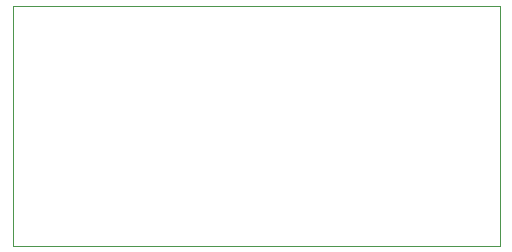
<source format=gbr>
G04 #@! TF.GenerationSoftware,KiCad,Pcbnew,(5.1.5)-3*
G04 #@! TF.CreationDate,2020-06-05T16:26:23+02:00*
G04 #@! TF.ProjectId,FFC_24Pin_P0.5mm_Breakout,4646435f-3234-4506-996e-5f50302e356d,rev?*
G04 #@! TF.SameCoordinates,Original*
G04 #@! TF.FileFunction,Profile,NP*
%FSLAX46Y46*%
G04 Gerber Fmt 4.6, Leading zero omitted, Abs format (unit mm)*
G04 Created by KiCad (PCBNEW (5.1.5)-3) date 2020-06-05 16:26:23*
%MOMM*%
%LPD*%
G04 APERTURE LIST*
%ADD10C,0.050000*%
G04 APERTURE END LIST*
D10*
X130175000Y-76200000D02*
X88900000Y-76200000D01*
X130175000Y-92710000D02*
X130175000Y-76200000D01*
X130175000Y-96520000D02*
X130175000Y-92710000D01*
X124460000Y-96520000D02*
X130175000Y-96520000D01*
X93980000Y-96520000D02*
X124460000Y-96520000D01*
X88900000Y-96520000D02*
X93980000Y-96520000D01*
X88900000Y-76200000D02*
X88900000Y-96520000D01*
M02*

</source>
